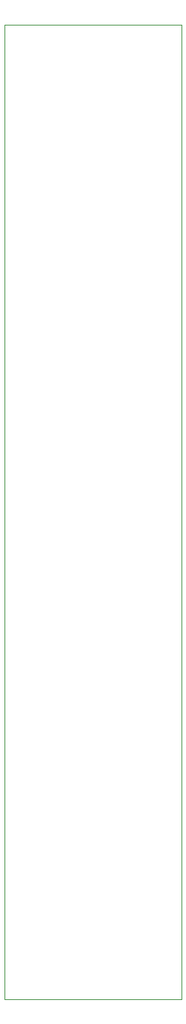
<source format=gm1>
G04 #@! TF.GenerationSoftware,KiCad,Pcbnew,8.0.6-8.0.6-0~ubuntu22.04.1*
G04 #@! TF.CreationDate,2025-04-15T21:33:34+01:00*
G04 #@! TF.ProjectId,RP2040-VCO,52503230-3430-42d5-9643-4f2e6b696361,rev?*
G04 #@! TF.SameCoordinates,Original*
G04 #@! TF.FileFunction,Profile,NP*
%FSLAX46Y46*%
G04 Gerber Fmt 4.6, Leading zero omitted, Abs format (unit mm)*
G04 Created by KiCad (PCBNEW 8.0.6-8.0.6-0~ubuntu22.04.1) date 2025-04-15 21:33:34*
%MOMM*%
%LPD*%
G01*
G04 APERTURE LIST*
G04 #@! TA.AperFunction,Profile*
%ADD10C,0.050000*%
G04 #@! TD*
G04 APERTURE END LIST*
D10*
X71500000Y-36500000D02*
X71500000Y-146500000D01*
X51500000Y-36500000D02*
X51500000Y-146500000D01*
X51500000Y-146500000D02*
X71500000Y-146500000D01*
X51500000Y-36500000D02*
X71500000Y-36500000D01*
M02*

</source>
